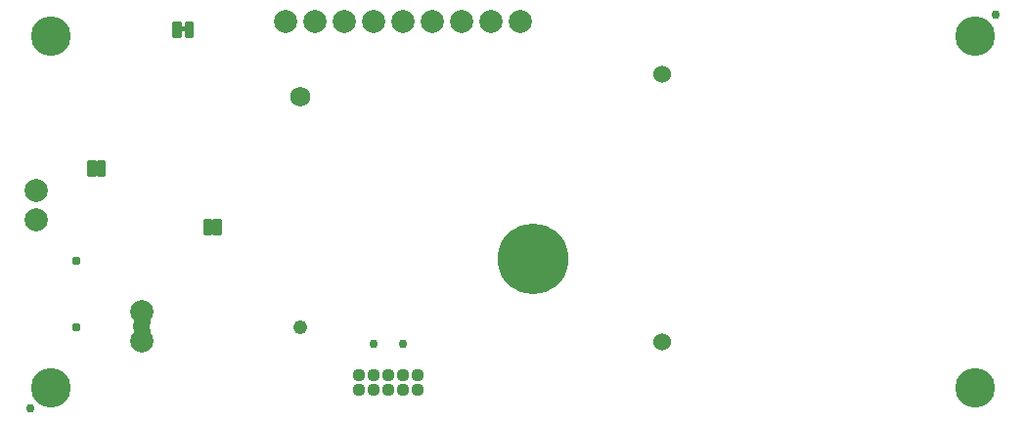
<source format=gbr>
G04 EAGLE Gerber RS-274X export*
G75*
%MOMM*%
%FSLAX34Y34*%
%LPD*%
%INSoldermask Bottom*%
%IPPOS*%
%AMOC8*
5,1,8,0,0,1.08239X$1,22.5*%
G01*
%ADD10C,0.777000*%
%ADD11C,0.762000*%
%ADD12C,3.429000*%
%ADD13C,6.127000*%
%ADD14C,0.228344*%
%ADD15C,1.227000*%
%ADD16C,1.727000*%
%ADD17C,0.228600*%
%ADD18C,2.006600*%
%ADD19C,1.526997*%
%ADD20C,1.127000*%

G36*
X110809Y76212D02*
X110809Y76212D01*
X110875Y76214D01*
X110918Y76232D01*
X110965Y76240D01*
X111022Y76274D01*
X111082Y76299D01*
X111117Y76330D01*
X111158Y76355D01*
X111200Y76406D01*
X111248Y76450D01*
X111270Y76492D01*
X111299Y76529D01*
X111320Y76591D01*
X111351Y76650D01*
X111359Y76704D01*
X111371Y76741D01*
X111370Y76781D01*
X111378Y76835D01*
X111378Y80645D01*
X111367Y80710D01*
X111365Y80776D01*
X111347Y80819D01*
X111339Y80866D01*
X111305Y80923D01*
X111280Y80983D01*
X111249Y81018D01*
X111224Y81059D01*
X111173Y81101D01*
X111129Y81149D01*
X111087Y81171D01*
X111050Y81200D01*
X110988Y81221D01*
X110929Y81252D01*
X110875Y81260D01*
X110838Y81272D01*
X110798Y81271D01*
X110744Y81279D01*
X97536Y81279D01*
X97471Y81268D01*
X97405Y81266D01*
X97362Y81248D01*
X97315Y81240D01*
X97258Y81206D01*
X97198Y81181D01*
X97163Y81150D01*
X97122Y81125D01*
X97081Y81074D01*
X97032Y81030D01*
X97010Y80988D01*
X96981Y80951D01*
X96960Y80889D01*
X96929Y80830D01*
X96921Y80776D01*
X96909Y80739D01*
X96909Y80735D01*
X96909Y80734D01*
X96910Y80699D01*
X96902Y80645D01*
X96902Y76835D01*
X96913Y76770D01*
X96915Y76704D01*
X96933Y76661D01*
X96941Y76614D01*
X96975Y76557D01*
X97000Y76497D01*
X97031Y76462D01*
X97056Y76421D01*
X97107Y76380D01*
X97151Y76331D01*
X97193Y76309D01*
X97230Y76280D01*
X97292Y76259D01*
X97351Y76228D01*
X97405Y76220D01*
X97442Y76208D01*
X97482Y76209D01*
X97536Y76201D01*
X110744Y76201D01*
X110809Y76212D01*
G37*
G36*
X141670Y334657D02*
X141670Y334657D01*
X141736Y334659D01*
X141779Y334677D01*
X141826Y334685D01*
X141883Y334719D01*
X141943Y334744D01*
X141978Y334775D01*
X142019Y334800D01*
X142061Y334851D01*
X142109Y334895D01*
X142131Y334937D01*
X142160Y334974D01*
X142181Y335036D01*
X142212Y335095D01*
X142220Y335149D01*
X142232Y335186D01*
X142231Y335226D01*
X142239Y335280D01*
X142239Y337820D01*
X142228Y337885D01*
X142226Y337951D01*
X142208Y337994D01*
X142200Y338041D01*
X142166Y338098D01*
X142141Y338158D01*
X142110Y338193D01*
X142085Y338234D01*
X142034Y338276D01*
X141990Y338324D01*
X141948Y338346D01*
X141911Y338375D01*
X141849Y338396D01*
X141790Y338427D01*
X141736Y338435D01*
X141699Y338447D01*
X141659Y338446D01*
X141605Y338454D01*
X137795Y338454D01*
X137730Y338443D01*
X137664Y338441D01*
X137621Y338423D01*
X137574Y338415D01*
X137517Y338381D01*
X137457Y338356D01*
X137422Y338325D01*
X137381Y338300D01*
X137340Y338249D01*
X137291Y338205D01*
X137269Y338163D01*
X137240Y338126D01*
X137219Y338064D01*
X137188Y338005D01*
X137180Y337951D01*
X137168Y337914D01*
X137168Y337911D01*
X137169Y337874D01*
X137161Y337820D01*
X137161Y335280D01*
X137172Y335215D01*
X137174Y335149D01*
X137192Y335106D01*
X137200Y335059D01*
X137234Y335002D01*
X137259Y334942D01*
X137290Y334907D01*
X137315Y334866D01*
X137366Y334825D01*
X137410Y334776D01*
X137452Y334754D01*
X137489Y334725D01*
X137551Y334704D01*
X137610Y334673D01*
X137664Y334665D01*
X137701Y334653D01*
X137741Y334654D01*
X137795Y334646D01*
X141605Y334646D01*
X141670Y334657D01*
G37*
D10*
X47780Y135580D03*
X47780Y77780D03*
D11*
X7620Y7620D03*
X843280Y349250D03*
D12*
X825500Y330200D03*
X25400Y330200D03*
X825500Y25400D03*
X25400Y25400D03*
D13*
X443270Y137600D03*
D14*
X147703Y342394D02*
X142111Y342394D01*
X147703Y342394D02*
X147703Y330706D01*
X142111Y330706D01*
X142111Y342394D01*
X142111Y332875D02*
X147703Y332875D01*
X147703Y335044D02*
X142111Y335044D01*
X142111Y337213D02*
X147703Y337213D01*
X147703Y339382D02*
X142111Y339382D01*
X142111Y341551D02*
X147703Y341551D01*
X137289Y342394D02*
X131697Y342394D01*
X137289Y342394D02*
X137289Y330706D01*
X131697Y330706D01*
X131697Y342394D01*
X131697Y332875D02*
X137289Y332875D01*
X137289Y335044D02*
X131697Y335044D01*
X131697Y337213D02*
X137289Y337213D01*
X137289Y339382D02*
X131697Y339382D01*
X131697Y341551D02*
X137289Y341551D01*
D15*
X241300Y77800D03*
D16*
X241300Y277800D03*
D17*
X98298Y86487D02*
X98298Y81153D01*
X98298Y86487D02*
X109982Y86487D01*
X109982Y81153D01*
X98298Y81153D01*
X98298Y83325D02*
X109982Y83325D01*
X109982Y85497D02*
X98298Y85497D01*
X98298Y76327D02*
X98298Y70993D01*
X98298Y76327D02*
X109982Y76327D01*
X109982Y70993D01*
X98298Y70993D01*
X98298Y73165D02*
X109982Y73165D01*
X109982Y75337D02*
X98298Y75337D01*
D18*
X104140Y91440D03*
X104140Y66040D03*
D17*
X166497Y170942D02*
X171831Y170942D01*
X171831Y159258D01*
X166497Y159258D01*
X166497Y170942D01*
X166497Y161430D02*
X171831Y161430D01*
X171831Y163602D02*
X166497Y163602D01*
X166497Y165774D02*
X171831Y165774D01*
X171831Y167946D02*
X166497Y167946D01*
X166497Y170118D02*
X171831Y170118D01*
X163703Y170942D02*
X158369Y170942D01*
X163703Y170942D02*
X163703Y159258D01*
X158369Y159258D01*
X158369Y170942D01*
X158369Y161430D02*
X163703Y161430D01*
X163703Y163602D02*
X158369Y163602D01*
X158369Y165774D02*
X163703Y165774D01*
X163703Y167946D02*
X158369Y167946D01*
X158369Y170118D02*
X163703Y170118D01*
X63373Y210058D02*
X58039Y210058D01*
X58039Y221742D01*
X63373Y221742D01*
X63373Y210058D01*
X63373Y212230D02*
X58039Y212230D01*
X58039Y214402D02*
X63373Y214402D01*
X63373Y216574D02*
X58039Y216574D01*
X58039Y218746D02*
X63373Y218746D01*
X63373Y220918D02*
X58039Y220918D01*
X66167Y210058D02*
X71501Y210058D01*
X66167Y210058D02*
X66167Y221742D01*
X71501Y221742D01*
X71501Y210058D01*
X71501Y212230D02*
X66167Y212230D01*
X66167Y214402D02*
X71501Y214402D01*
X71501Y216574D02*
X66167Y216574D01*
X66167Y218746D02*
X71501Y218746D01*
X71501Y220918D02*
X66167Y220918D01*
D18*
X12700Y196850D03*
X12700Y171450D03*
X228600Y342900D03*
X254000Y342900D03*
X279400Y342900D03*
X304800Y342900D03*
X330200Y342900D03*
X355600Y342900D03*
X381000Y342900D03*
X406400Y342900D03*
X431800Y342900D03*
D19*
X554990Y296944D03*
X554990Y64944D03*
D20*
X330200Y36830D03*
X317500Y36830D03*
X304800Y36830D03*
X292100Y36830D03*
X342900Y36830D03*
X330200Y24130D03*
X317500Y24130D03*
X304800Y24130D03*
X292100Y24130D03*
X342900Y24130D03*
D11*
X330200Y63500D03*
X304800Y63500D03*
M02*

</source>
